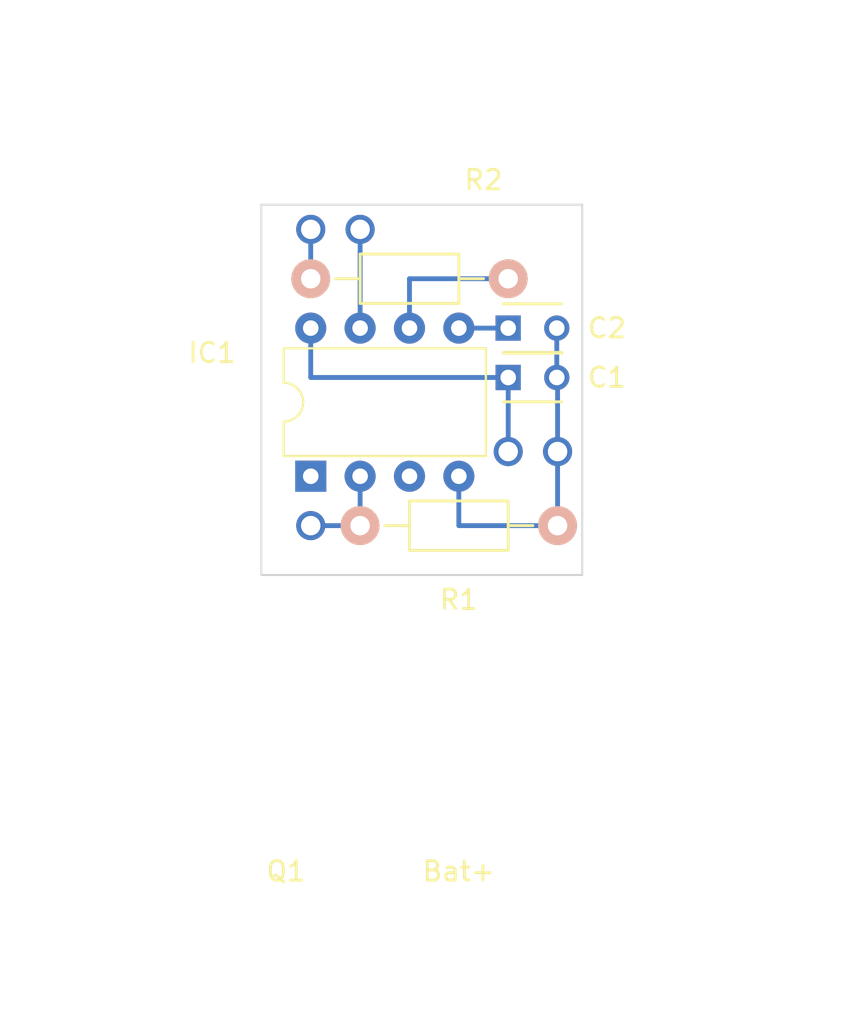
<source format=kicad_pcb>
(kicad_pcb (version 4) (host pcbnew 4.0.2+dfsg1-stable)

  (general
    (links 12)
    (no_connects 1)
    (area 123.139999 39.319999 139.750001 58.470001)
    (thickness 1.6)
    (drawings 21)
    (tracks 15)
    (zones 0)
    (modules 9)
    (nets 10)
  )

  (page A4)
  (layers
    (0 F.Cu signal)
    (31 B.Cu signal)
    (32 B.Adhes user hide)
    (33 F.Adhes user hide)
    (34 B.Paste user hide)
    (35 F.Paste user hide)
    (36 B.SilkS user hide)
    (37 F.SilkS user)
    (38 B.Mask user hide)
    (39 F.Mask user hide)
    (40 Dwgs.User user)
    (41 Cmts.User user hide)
    (42 Eco1.User user hide)
    (43 Eco2.User user hide)
    (44 Edge.Cuts user)
    (45 Margin user hide)
    (46 B.CrtYd user hide)
    (47 F.CrtYd user)
    (48 B.Fab user hide)
    (49 F.Fab user)
  )

  (setup
    (last_trace_width 0.25)
    (trace_clearance 0.2)
    (zone_clearance 0.508)
    (zone_45_only no)
    (trace_min 0.2)
    (segment_width 0.2)
    (edge_width 0.1)
    (via_size 0.6)
    (via_drill 0.4)
    (via_min_size 0.4)
    (via_min_drill 0.3)
    (uvia_size 0.3)
    (uvia_drill 0.1)
    (uvias_allowed no)
    (uvia_min_size 0.2)
    (uvia_min_drill 0.1)
    (pcb_text_width 0.3)
    (pcb_text_size 1.5 1.5)
    (mod_edge_width 0.15)
    (mod_text_size 1 1)
    (mod_text_width 0.15)
    (pad_size 1.5 1.5)
    (pad_drill 1)
    (pad_to_mask_clearance 0)
    (aux_axis_origin 0 0)
    (visible_elements 7FFFFFFF)
    (pcbplotparams
      (layerselection 0x00030_80000001)
      (usegerberextensions false)
      (excludeedgelayer true)
      (linewidth 0.100000)
      (plotframeref false)
      (viasonmask false)
      (mode 1)
      (useauxorigin false)
      (hpglpennumber 1)
      (hpglpenspeed 20)
      (hpglpendiameter 15)
      (hpglpenoverlay 2)
      (psnegative false)
      (psa4output false)
      (plotreference true)
      (plotvalue true)
      (plotinvisibletext false)
      (padsonsilk false)
      (subtractmaskfromsilk false)
      (outputformat 1)
      (mirror false)
      (drillshape 1)
      (scaleselection 1)
      (outputdirectory ""))
  )

  (net 0 "")
  (net 1 +BATT)
  (net 2 GND)
  (net 3 /Mira/AREF)
  (net 4 /Mira/BUTTON)
  (net 5 "Net-(D1-Pad2)")
  (net 6 /Mira/FIRE)
  (net 7 /Mira/LED)
  (net 8 "Net-(IC1-Pad1)")
  (net 9 "Net-(IC1-Pad3)")

  (net_class Default "This is the default net class."
    (clearance 0.2)
    (trace_width 0.25)
    (via_dia 0.6)
    (via_drill 0.4)
    (uvia_dia 0.3)
    (uvia_drill 0.1)
    (add_net +BATT)
    (add_net /Mira/AREF)
    (add_net /Mira/FIRE)
    (add_net /Mira/LED)
    (add_net GND)
    (add_net "Net-(D1-Pad2)")
    (add_net "Net-(IC1-Pad1)")
    (add_net "Net-(IC1-Pad3)")
  )

  (net_class Thick ""
    (clearance 0.2)
    (trace_width 0.5)
    (via_dia 0.6)
    (via_drill 0.4)
    (uvia_dia 0.3)
    (uvia_drill 0.1)
    (add_net /Mira/BUTTON)
  )

  (module Wire_Pads:SolderWirePad_single_0-8mmDrill (layer F.Cu) (tedit 5887B6AD) (tstamp 5865B5BF)
    (at 133.35 73.66)
    (fp_text reference Bat+ (at 0 0) (layer F.SilkS)
      (effects (font (size 1 1) (thickness 0.15)))
    )
    (fp_text value "" (at 15.24 7.62) (layer F.Fab)
      (effects (font (size 1 1) (thickness 0.15)))
    )
    (pad 1 thru_hole circle (at 2.54 -21.59) (size 1.5 1.5) (drill 1) (layers *.Cu *.Mask)
      (net 1 +BATT))
  )

  (module Capacitors_THT:C_Disc_D3_P2.5 (layer F.Cu) (tedit 5887B765) (tstamp 586556B6)
    (at 135.89 48.26)
    (descr "Capacitor 3mm Disc, Pitch 2.5mm")
    (tags Capacitor)
    (path /58603D0F/5860485C)
    (fp_text reference C1 (at 5.08 0 180) (layer F.SilkS)
      (effects (font (size 1 1) (thickness 0.15)))
    )
    (fp_text value 10nF (at 8.89 0 180) (layer F.Fab)
      (effects (font (size 1 1) (thickness 0.15)))
    )
    (fp_line (start -0.9 -1.5) (end 3.4 -1.5) (layer F.CrtYd) (width 0.05))
    (fp_line (start 3.4 -1.5) (end 3.4 1.5) (layer F.CrtYd) (width 0.05))
    (fp_line (start 3.4 1.5) (end -0.9 1.5) (layer F.CrtYd) (width 0.05))
    (fp_line (start -0.9 1.5) (end -0.9 -1.5) (layer F.CrtYd) (width 0.05))
    (fp_line (start -0.25 -1.25) (end 2.75 -1.25) (layer F.SilkS) (width 0.15))
    (fp_line (start 2.75 1.25) (end -0.25 1.25) (layer F.SilkS) (width 0.15))
    (pad 1 thru_hole rect (at 0 0) (size 1.3 1.3) (drill 0.8) (layers *.Cu *.Mask)
      (net 1 +BATT))
    (pad 2 thru_hole circle (at 2.5 0) (size 1.3 1.3) (drill 0.8001) (layers *.Cu *.Mask)
      (net 2 GND))
    (model Capacitors_ThroughHole.3dshapes/C_Disc_D3_P2.5.wrl
      (at (xyz 0.0492126 0 0))
      (scale (xyz 1 1 1))
      (rotate (xyz 0 0 0))
    )
  )

  (module Capacitors_THT:C_Disc_D3_P2.5 (layer F.Cu) (tedit 5887B769) (tstamp 586556C2)
    (at 135.89 45.72)
    (descr "Capacitor 3mm Disc, Pitch 2.5mm")
    (tags Capacitor)
    (path /58603D0F/58604591)
    (fp_text reference C2 (at 5.08 0) (layer F.SilkS)
      (effects (font (size 1 1) (thickness 0.15)))
    )
    (fp_text value 10nF (at 8.89 0) (layer F.Fab)
      (effects (font (size 1 1) (thickness 0.15)))
    )
    (fp_line (start -0.9 -1.5) (end 3.4 -1.5) (layer F.CrtYd) (width 0.05))
    (fp_line (start 3.4 -1.5) (end 3.4 1.5) (layer F.CrtYd) (width 0.05))
    (fp_line (start 3.4 1.5) (end -0.9 1.5) (layer F.CrtYd) (width 0.05))
    (fp_line (start -0.9 1.5) (end -0.9 -1.5) (layer F.CrtYd) (width 0.05))
    (fp_line (start -0.25 -1.25) (end 2.75 -1.25) (layer F.SilkS) (width 0.15))
    (fp_line (start 2.75 1.25) (end -0.25 1.25) (layer F.SilkS) (width 0.15))
    (pad 1 thru_hole rect (at 0 0) (size 1.3 1.3) (drill 0.8) (layers *.Cu *.Mask)
      (net 3 /Mira/AREF))
    (pad 2 thru_hole circle (at 2.5 0) (size 1.3 1.3) (drill 0.8001) (layers *.Cu *.Mask)
      (net 2 GND))
    (model Capacitors_ThroughHole.3dshapes/C_Disc_D3_P2.5.wrl
      (at (xyz 0.0492126 0 0))
      (scale (xyz 1 1 1))
      (rotate (xyz 0 0 0))
    )
  )

  (module Resistors_THT:Resistor_Horizontal_RM10mm (layer F.Cu) (tedit 5887B781) (tstamp 5865570D)
    (at 128.27 55.88)
    (descr "Resistor, Axial,  RM 10mm, 1/3W")
    (tags "Resistor Axial RM 10mm 1/3W")
    (path /58603D0F/58605B36)
    (fp_text reference R1 (at 5.08 3.81) (layer F.SilkS)
      (effects (font (size 1 1) (thickness 0.15)))
    )
    (fp_text value 15kΩ (at 8.89 3.81) (layer F.Fab)
      (effects (font (size 1 1) (thickness 0.15)))
    )
    (fp_line (start -1.25 -1.5) (end 11.4 -1.5) (layer F.CrtYd) (width 0.05))
    (fp_line (start -1.25 1.5) (end -1.25 -1.5) (layer F.CrtYd) (width 0.05))
    (fp_line (start 11.4 -1.5) (end 11.4 1.5) (layer F.CrtYd) (width 0.05))
    (fp_line (start -1.25 1.5) (end 11.4 1.5) (layer F.CrtYd) (width 0.05))
    (fp_line (start 2.54 -1.27) (end 7.62 -1.27) (layer F.SilkS) (width 0.15))
    (fp_line (start 7.62 -1.27) (end 7.62 1.27) (layer F.SilkS) (width 0.15))
    (fp_line (start 7.62 1.27) (end 2.54 1.27) (layer F.SilkS) (width 0.15))
    (fp_line (start 2.54 1.27) (end 2.54 -1.27) (layer F.SilkS) (width 0.15))
    (fp_line (start 2.54 0) (end 1.27 0) (layer F.SilkS) (width 0.15))
    (fp_line (start 7.62 0) (end 8.89 0) (layer F.SilkS) (width 0.15))
    (pad 1 thru_hole circle (at 0 0) (size 1.99898 1.99898) (drill 1.00076) (layers *.Cu *.SilkS *.Mask)
      (net 6 /Mira/FIRE))
    (pad 2 thru_hole circle (at 10.16 0) (size 1.99898 1.99898) (drill 1.00076) (layers *.Cu *.SilkS *.Mask)
      (net 2 GND))
    (model Resistors_ThroughHole.3dshapes/Resistor_Horizontal_RM10mm.wrl
      (at (xyz 0.2 0 0))
      (scale (xyz 0.4 0.4 0.4))
      (rotate (xyz 0 0 0))
    )
  )

  (module Resistors_THT:Resistor_Horizontal_RM10mm (layer F.Cu) (tedit 5887B790) (tstamp 5865571D)
    (at 125.73 43.18)
    (descr "Resistor, Axial,  RM 10mm, 1/3W")
    (tags "Resistor Axial RM 10mm 1/3W")
    (path /58603D0F/583CCC74)
    (fp_text reference R2 (at 8.89 -5.08) (layer F.SilkS)
      (effects (font (size 1 1) (thickness 0.15)))
    )
    (fp_text value 100Ω (at 12.7 -5.08) (layer F.Fab)
      (effects (font (size 1 1) (thickness 0.15)))
    )
    (fp_line (start -1.25 -1.5) (end 11.4 -1.5) (layer F.CrtYd) (width 0.05))
    (fp_line (start -1.25 1.5) (end -1.25 -1.5) (layer F.CrtYd) (width 0.05))
    (fp_line (start 11.4 -1.5) (end 11.4 1.5) (layer F.CrtYd) (width 0.05))
    (fp_line (start -1.25 1.5) (end 11.4 1.5) (layer F.CrtYd) (width 0.05))
    (fp_line (start 2.54 -1.27) (end 7.62 -1.27) (layer F.SilkS) (width 0.15))
    (fp_line (start 7.62 -1.27) (end 7.62 1.27) (layer F.SilkS) (width 0.15))
    (fp_line (start 7.62 1.27) (end 2.54 1.27) (layer F.SilkS) (width 0.15))
    (fp_line (start 2.54 1.27) (end 2.54 -1.27) (layer F.SilkS) (width 0.15))
    (fp_line (start 2.54 0) (end 1.27 0) (layer F.SilkS) (width 0.15))
    (fp_line (start 7.62 0) (end 8.89 0) (layer F.SilkS) (width 0.15))
    (pad 1 thru_hole circle (at 0 0) (size 1.99898 1.99898) (drill 1.00076) (layers *.Cu *.SilkS *.Mask)
      (net 5 "Net-(D1-Pad2)"))
    (pad 2 thru_hole circle (at 10.16 0) (size 1.99898 1.99898) (drill 1.00076) (layers *.Cu *.SilkS *.Mask)
      (net 7 /Mira/LED))
    (model Resistors_ThroughHole.3dshapes/Resistor_Horizontal_RM10mm.wrl
      (at (xyz 0.2 0 0))
      (scale (xyz 0.4 0.4 0.4))
      (rotate (xyz 0 0 0))
    )
  )

  (module Wire_Connections_Bridges:WireConnection_1.50mmDrill (layer F.Cu) (tedit 587023F4) (tstamp 5865AB69)
    (at 138.43 34.29)
    (descr "WireConnection with 1.5mm drill")
    (path /58603D0F/5860804E)
    (fp_text reference "" (at -3.81 3.81) (layer F.SilkS)
      (effects (font (size 1 1) (thickness 0.15)))
    )
    (fp_text value Button (at -8.89 3.81 180) (layer F.Fab)
      (effects (font (size 1 1) (thickness 0.15)))
    )
    (fp_line (start 14.0716 -3.7592) (end 13.8684 -3.6576) (layer Cmts.User) (width 0.381))
    (fp_line (start 13.8684 -3.6576) (end 13.6398 -3.6576) (layer Cmts.User) (width 0.381))
    (fp_line (start 13.6398 -3.6576) (end 13.4366 -3.7592) (layer Cmts.User) (width 0.381))
    (fp_line (start 13.4366 -3.7592) (end 13.3604 -4.1148) (layer Cmts.User) (width 0.381))
    (fp_line (start 13.3604 -4.1148) (end 13.3604 -4.572) (layer Cmts.User) (width 0.381))
    (fp_line (start 13.3604 -4.572) (end 13.462 -4.6482) (layer Cmts.User) (width 0.381))
    (fp_line (start 13.462 -4.6482) (end 13.7668 -4.7244) (layer Cmts.User) (width 0.381))
    (fp_line (start 13.7668 -4.7244) (end 13.9954 -4.6736) (layer Cmts.User) (width 0.381))
    (fp_line (start 13.9954 -4.6736) (end 14.0462 -4.318) (layer Cmts.User) (width 0.381))
    (fp_line (start 14.0462 -4.318) (end 13.4366 -4.191) (layer Cmts.User) (width 0.381))
    (fp_line (start 13.4366 -4.191) (end 13.4366 -4.2418) (layer Cmts.User) (width 0.381))
    (fp_line (start 12.7508 -3.7084) (end 12.4206 -3.7084) (layer Cmts.User) (width 0.381))
    (fp_line (start 12.4206 -3.7084) (end 12.2174 -3.7084) (layer Cmts.User) (width 0.381))
    (fp_line (start 12.2174 -3.7084) (end 12.0396 -3.8608) (layer Cmts.User) (width 0.381))
    (fp_line (start 12.0396 -3.8608) (end 12.0396 -4.2418) (layer Cmts.User) (width 0.381))
    (fp_line (start 12.0396 -4.2418) (end 12.1412 -4.572) (layer Cmts.User) (width 0.381))
    (fp_line (start 12.1412 -4.572) (end 12.2936 -4.6482) (layer Cmts.User) (width 0.381))
    (fp_line (start 12.2936 -4.6482) (end 12.573 -4.6482) (layer Cmts.User) (width 0.381))
    (fp_line (start 12.573 -4.6482) (end 12.7508 -4.572) (layer Cmts.User) (width 0.381))
    (fp_line (start 12.7508 -4.572) (end 12.7762 -4.2672) (layer Cmts.User) (width 0.381))
    (fp_line (start 12.7762 -4.2672) (end 12.1412 -4.2418) (layer Cmts.User) (width 0.381))
    (fp_line (start 11.2268 -4.5212) (end 11.6078 -4.6736) (layer Cmts.User) (width 0.381))
    (fp_line (start 11.6078 -4.6736) (end 11.6332 -4.6736) (layer Cmts.User) (width 0.381))
    (fp_line (start 11.2014 -4.7244) (end 11.2014 -3.6576) (layer Cmts.User) (width 0.381))
    (fp_line (start 9.9822 -4.6736) (end 10.668 -4.7244) (layer Cmts.User) (width 0.381))
    (fp_line (start 10.7188 -5.207) (end 10.541 -5.207) (layer Cmts.User) (width 0.381))
    (fp_line (start 10.541 -5.207) (end 10.3886 -5.08) (layer Cmts.User) (width 0.381))
    (fp_line (start 10.3886 -5.08) (end 10.3378 -3.7084) (layer Cmts.User) (width 0.381))
    (fp_line (start 8.4328 -4.5974) (end 8.3058 -4.6736) (layer Cmts.User) (width 0.381))
    (fp_line (start 8.3058 -4.6736) (end 8.0264 -4.6736) (layer Cmts.User) (width 0.381))
    (fp_line (start 8.0264 -4.6736) (end 7.874 -4.445) (layer Cmts.User) (width 0.381))
    (fp_line (start 7.874 -4.445) (end 7.8994 -4.2672) (layer Cmts.User) (width 0.381))
    (fp_line (start 7.8994 -4.2672) (end 8.1788 -4.191) (layer Cmts.User) (width 0.381))
    (fp_line (start 8.1788 -4.191) (end 8.4328 -4.1148) (layer Cmts.User) (width 0.381))
    (fp_line (start 8.4328 -4.1148) (end 8.4836 -3.8354) (layer Cmts.User) (width 0.381))
    (fp_line (start 8.4836 -3.8354) (end 8.2804 -3.6576) (layer Cmts.User) (width 0.381))
    (fp_line (start 8.2804 -3.6576) (end 7.8994 -3.7084) (layer Cmts.User) (width 0.381))
    (fp_line (start 7.1628 -3.6576) (end 6.8072 -3.7592) (layer Cmts.User) (width 0.381))
    (fp_line (start 6.8072 -3.7592) (end 6.604 -3.8354) (layer Cmts.User) (width 0.381))
    (fp_line (start 6.604 -3.8354) (end 6.477 -4.1656) (layer Cmts.User) (width 0.381))
    (fp_line (start 6.477 -4.1656) (end 6.477 -4.4704) (layer Cmts.User) (width 0.381))
    (fp_line (start 6.477 -4.4704) (end 6.6802 -4.6736) (layer Cmts.User) (width 0.381))
    (fp_line (start 6.6802 -4.6736) (end 7.0104 -4.7244) (layer Cmts.User) (width 0.381))
    (fp_line (start 7.2136 -5.207) (end 7.2136 -3.6576) (layer Cmts.User) (width 0.381))
    (fp_line (start 5.715 -3.6576) (end 5.2578 -3.7084) (layer Cmts.User) (width 0.381))
    (fp_line (start 5.2578 -3.7084) (end 5.1054 -3.9116) (layer Cmts.User) (width 0.381))
    (fp_line (start 5.1054 -3.9116) (end 5.1308 -4.191) (layer Cmts.User) (width 0.381))
    (fp_line (start 5.1308 -4.191) (end 5.842 -4.2418) (layer Cmts.User) (width 0.381))
    (fp_line (start 5.1054 -4.572) (end 5.3848 -4.7244) (layer Cmts.User) (width 0.381))
    (fp_line (start 5.3848 -4.7244) (end 5.6388 -4.6482) (layer Cmts.User) (width 0.381))
    (fp_line (start 5.6388 -4.6482) (end 5.7912 -4.4704) (layer Cmts.User) (width 0.381))
    (fp_line (start 5.7912 -4.4704) (end 5.842 -3.6322) (layer Cmts.User) (width 0.381))
    (fp_line (start 3.6068 -3.6576) (end 3.6322 -5.2578) (layer Cmts.User) (width 0.381))
    (fp_line (start 3.6322 -5.2578) (end 4.0894 -5.2578) (layer Cmts.User) (width 0.381))
    (fp_line (start 4.0894 -5.2578) (end 4.3688 -5.1308) (layer Cmts.User) (width 0.381))
    (fp_line (start 4.3688 -5.1308) (end 4.4958 -4.8768) (layer Cmts.User) (width 0.381))
    (fp_line (start 4.4958 -4.8768) (end 4.4958 -4.5974) (layer Cmts.User) (width 0.381))
    (fp_line (start 4.4958 -4.5974) (end 4.3688 -4.3942) (layer Cmts.User) (width 0.381))
    (fp_line (start 4.3688 -4.3942) (end 4.0894 -4.445) (layer Cmts.User) (width 0.381))
    (fp_line (start 4.0894 -4.445) (end 3.6322 -4.445) (layer Cmts.User) (width 0.381))
    (fp_line (start 1.778 -3.7592) (end 1.524 -3.6576) (layer Cmts.User) (width 0.381))
    (fp_line (start 1.524 -3.6576) (end 1.27 -3.7592) (layer Cmts.User) (width 0.381))
    (fp_line (start 1.27 -3.7592) (end 1.1176 -3.9116) (layer Cmts.User) (width 0.381))
    (fp_line (start 1.1176 -3.9116) (end 1.0414 -4.318) (layer Cmts.User) (width 0.381))
    (fp_line (start 1.0414 -4.318) (end 1.1684 -4.572) (layer Cmts.User) (width 0.381))
    (fp_line (start 1.1684 -4.572) (end 1.3716 -4.6736) (layer Cmts.User) (width 0.381))
    (fp_line (start 1.3716 -4.6736) (end 1.651 -4.6482) (layer Cmts.User) (width 0.381))
    (fp_line (start 1.651 -4.6482) (end 1.8034 -4.5212) (layer Cmts.User) (width 0.381))
    (fp_line (start 1.8034 -4.5212) (end 1.8034 -4.318) (layer Cmts.User) (width 0.381))
    (fp_line (start 1.8034 -4.318) (end 1.1684 -4.2418) (layer Cmts.User) (width 0.381))
    (fp_line (start -0.1524 -4.7244) (end 0.3048 -3.6576) (layer Cmts.User) (width 0.381))
    (fp_line (start 0.3048 -3.6576) (end 0.5842 -4.6736) (layer Cmts.User) (width 0.381))
    (fp_line (start 0.5842 -4.6736) (end 0.5588 -4.6736) (layer Cmts.User) (width 0.381))
    (fp_line (start -1.4732 -4.3942) (end -1.4732 -3.9116) (layer Cmts.User) (width 0.381))
    (fp_line (start -1.4732 -3.9116) (end -1.27 -3.7084) (layer Cmts.User) (width 0.381))
    (fp_line (start -1.27 -3.7084) (end -1.0414 -3.6576) (layer Cmts.User) (width 0.381))
    (fp_line (start -1.0414 -3.6576) (end -0.762 -3.7846) (layer Cmts.User) (width 0.381))
    (fp_line (start -0.762 -3.7846) (end -0.6604 -3.9878) (layer Cmts.User) (width 0.381))
    (fp_line (start -0.6604 -3.9878) (end -0.6604 -4.445) (layer Cmts.User) (width 0.381))
    (fp_line (start -0.6604 -4.445) (end -0.8382 -4.6482) (layer Cmts.User) (width 0.381))
    (fp_line (start -0.8382 -4.6482) (end -1.1176 -4.7244) (layer Cmts.User) (width 0.381))
    (fp_line (start -1.1176 -4.7244) (end -1.4478 -4.4704) (layer Cmts.User) (width 0.381))
    (fp_line (start -3.0988 -3.6322) (end -3.0988 -5.2578) (layer Cmts.User) (width 0.381))
    (fp_line (start -3.0988 -5.2578) (end -2.6162 -4.1148) (layer Cmts.User) (width 0.381))
    (fp_line (start -2.6162 -4.1148) (end -2.1336 -5.1816) (layer Cmts.User) (width 0.381))
    (fp_line (start -2.1336 -5.1816) (end -2.1336 -3.6322) (layer Cmts.User) (width 0.381))
    (pad 1 thru_hole circle (at 0 17.78) (size 1.5 1.5) (drill 1) (layers *.Cu *.Mask)
      (net 2 GND))
    (pad 2 thru_hole circle (at -10.16 6.35) (size 1.5 1.5) (drill 1) (layers *.Cu *.Mask)
      (net 4 /Mira/BUTTON))
  )

  (module Wire_Connections_Bridges:WireConnection_1.50mmDrill (layer F.Cu) (tedit 58702AC8) (tstamp 5865AB6E)
    (at 124.46 57.15)
    (descr "WireConnection with 1.5mm drill")
    (path /58603D0F/583CCC75)
    (fp_text reference "" (at 1.27 -20.32) (layer F.SilkS)
      (effects (font (size 1 1) (thickness 0.15)))
    )
    (fp_text value "low current LED" (at -5.08 -19.05) (layer F.Fab)
      (effects (font (size 1 1) (thickness 0.15)))
    )
    (fp_line (start 14.0716 -3.7592) (end 13.8684 -3.6576) (layer Cmts.User) (width 0.381))
    (fp_line (start 13.8684 -3.6576) (end 13.6398 -3.6576) (layer Cmts.User) (width 0.381))
    (fp_line (start 13.6398 -3.6576) (end 13.4366 -3.7592) (layer Cmts.User) (width 0.381))
    (fp_line (start 13.4366 -3.7592) (end 13.3604 -4.1148) (layer Cmts.User) (width 0.381))
    (fp_line (start 13.3604 -4.1148) (end 13.3604 -4.572) (layer Cmts.User) (width 0.381))
    (fp_line (start 13.3604 -4.572) (end 13.462 -4.6482) (layer Cmts.User) (width 0.381))
    (fp_line (start 13.462 -4.6482) (end 13.7668 -4.7244) (layer Cmts.User) (width 0.381))
    (fp_line (start 13.7668 -4.7244) (end 13.9954 -4.6736) (layer Cmts.User) (width 0.381))
    (fp_line (start 13.9954 -4.6736) (end 14.0462 -4.318) (layer Cmts.User) (width 0.381))
    (fp_line (start 14.0462 -4.318) (end 13.4366 -4.191) (layer Cmts.User) (width 0.381))
    (fp_line (start 13.4366 -4.191) (end 13.4366 -4.2418) (layer Cmts.User) (width 0.381))
    (fp_line (start 12.7508 -3.7084) (end 12.4206 -3.7084) (layer Cmts.User) (width 0.381))
    (fp_line (start 12.4206 -3.7084) (end 12.2174 -3.7084) (layer Cmts.User) (width 0.381))
    (fp_line (start 12.2174 -3.7084) (end 12.0396 -3.8608) (layer Cmts.User) (width 0.381))
    (fp_line (start 12.0396 -3.8608) (end 12.0396 -4.2418) (layer Cmts.User) (width 0.381))
    (fp_line (start 12.0396 -4.2418) (end 12.1412 -4.572) (layer Cmts.User) (width 0.381))
    (fp_line (start 12.1412 -4.572) (end 12.2936 -4.6482) (layer Cmts.User) (width 0.381))
    (fp_line (start 12.2936 -4.6482) (end 12.573 -4.6482) (layer Cmts.User) (width 0.381))
    (fp_line (start 12.573 -4.6482) (end 12.7508 -4.572) (layer Cmts.User) (width 0.381))
    (fp_line (start 12.7508 -4.572) (end 12.7762 -4.2672) (layer Cmts.User) (width 0.381))
    (fp_line (start 12.7762 -4.2672) (end 12.1412 -4.2418) (layer Cmts.User) (width 0.381))
    (fp_line (start 11.2268 -4.5212) (end 11.6078 -4.6736) (layer Cmts.User) (width 0.381))
    (fp_line (start 11.6078 -4.6736) (end 11.6332 -4.6736) (layer Cmts.User) (width 0.381))
    (fp_line (start 11.2014 -4.7244) (end 11.2014 -3.6576) (layer Cmts.User) (width 0.381))
    (fp_line (start 9.9822 -4.6736) (end 10.668 -4.7244) (layer Cmts.User) (width 0.381))
    (fp_line (start 10.7188 -5.207) (end 10.541 -5.207) (layer Cmts.User) (width 0.381))
    (fp_line (start 10.541 -5.207) (end 10.3886 -5.08) (layer Cmts.User) (width 0.381))
    (fp_line (start 10.3886 -5.08) (end 10.3378 -3.7084) (layer Cmts.User) (width 0.381))
    (fp_line (start 8.4328 -4.5974) (end 8.3058 -4.6736) (layer Cmts.User) (width 0.381))
    (fp_line (start 8.3058 -4.6736) (end 8.0264 -4.6736) (layer Cmts.User) (width 0.381))
    (fp_line (start 8.0264 -4.6736) (end 7.874 -4.445) (layer Cmts.User) (width 0.381))
    (fp_line (start 7.874 -4.445) (end 7.8994 -4.2672) (layer Cmts.User) (width 0.381))
    (fp_line (start 7.8994 -4.2672) (end 8.1788 -4.191) (layer Cmts.User) (width 0.381))
    (fp_line (start 8.1788 -4.191) (end 8.4328 -4.1148) (layer Cmts.User) (width 0.381))
    (fp_line (start 8.4328 -4.1148) (end 8.4836 -3.8354) (layer Cmts.User) (width 0.381))
    (fp_line (start 8.4836 -3.8354) (end 8.2804 -3.6576) (layer Cmts.User) (width 0.381))
    (fp_line (start 8.2804 -3.6576) (end 7.8994 -3.7084) (layer Cmts.User) (width 0.381))
    (fp_line (start 7.1628 -3.6576) (end 6.8072 -3.7592) (layer Cmts.User) (width 0.381))
    (fp_line (start 6.8072 -3.7592) (end 6.604 -3.8354) (layer Cmts.User) (width 0.381))
    (fp_line (start 6.604 -3.8354) (end 6.477 -4.1656) (layer Cmts.User) (width 0.381))
    (fp_line (start 6.477 -4.1656) (end 6.477 -4.4704) (layer Cmts.User) (width 0.381))
    (fp_line (start 6.477 -4.4704) (end 6.6802 -4.6736) (layer Cmts.User) (width 0.381))
    (fp_line (start 6.6802 -4.6736) (end 7.0104 -4.7244) (layer Cmts.User) (width 0.381))
    (fp_line (start 7.2136 -5.207) (end 7.2136 -3.6576) (layer Cmts.User) (width 0.381))
    (fp_line (start 5.715 -3.6576) (end 5.2578 -3.7084) (layer Cmts.User) (width 0.381))
    (fp_line (start 5.2578 -3.7084) (end 5.1054 -3.9116) (layer Cmts.User) (width 0.381))
    (fp_line (start 5.1054 -3.9116) (end 5.1308 -4.191) (layer Cmts.User) (width 0.381))
    (fp_line (start 5.1308 -4.191) (end 5.842 -4.2418) (layer Cmts.User) (width 0.381))
    (fp_line (start 5.1054 -4.572) (end 5.3848 -4.7244) (layer Cmts.User) (width 0.381))
    (fp_line (start 5.3848 -4.7244) (end 5.6388 -4.6482) (layer Cmts.User) (width 0.381))
    (fp_line (start 5.6388 -4.6482) (end 5.7912 -4.4704) (layer Cmts.User) (width 0.381))
    (fp_line (start 5.7912 -4.4704) (end 5.842 -3.6322) (layer Cmts.User) (width 0.381))
    (fp_line (start 3.6068 -3.6576) (end 3.6322 -5.2578) (layer Cmts.User) (width 0.381))
    (fp_line (start 3.6322 -5.2578) (end 4.0894 -5.2578) (layer Cmts.User) (width 0.381))
    (fp_line (start 4.0894 -5.2578) (end 4.3688 -5.1308) (layer Cmts.User) (width 0.381))
    (fp_line (start 4.3688 -5.1308) (end 4.4958 -4.8768) (layer Cmts.User) (width 0.381))
    (fp_line (start 4.4958 -4.8768) (end 4.4958 -4.5974) (layer Cmts.User) (width 0.381))
    (fp_line (start 4.4958 -4.5974) (end 4.3688 -4.3942) (layer Cmts.User) (width 0.381))
    (fp_line (start 4.3688 -4.3942) (end 4.0894 -4.445) (layer Cmts.User) (width 0.381))
    (fp_line (start 4.0894 -4.445) (end 3.6322 -4.445) (layer Cmts.User) (width 0.381))
    (fp_line (start 1.778 -3.7592) (end 1.524 -3.6576) (layer Cmts.User) (width 0.381))
    (fp_line (start 1.524 -3.6576) (end 1.27 -3.7592) (layer Cmts.User) (width 0.381))
    (fp_line (start 1.27 -3.7592) (end 1.1176 -3.9116) (layer Cmts.User) (width 0.381))
    (fp_line (start 1.1176 -3.9116) (end 1.0414 -4.318) (layer Cmts.User) (width 0.381))
    (fp_line (start 1.0414 -4.318) (end 1.1684 -4.572) (layer Cmts.User) (width 0.381))
    (fp_line (start 1.1684 -4.572) (end 1.3716 -4.6736) (layer Cmts.User) (width 0.381))
    (fp_line (start 1.3716 -4.6736) (end 1.651 -4.6482) (layer Cmts.User) (width 0.381))
    (fp_line (start 1.651 -4.6482) (end 1.8034 -4.5212) (layer Cmts.User) (width 0.381))
    (fp_line (start 1.8034 -4.5212) (end 1.8034 -4.318) (layer Cmts.User) (width 0.381))
    (fp_line (start 1.8034 -4.318) (end 1.1684 -4.2418) (layer Cmts.User) (width 0.381))
    (fp_line (start -0.1524 -4.7244) (end 0.3048 -3.6576) (layer Cmts.User) (width 0.381))
    (fp_line (start 0.3048 -3.6576) (end 0.5842 -4.6736) (layer Cmts.User) (width 0.381))
    (fp_line (start 0.5842 -4.6736) (end 0.5588 -4.6736) (layer Cmts.User) (width 0.381))
    (fp_line (start -1.4732 -4.3942) (end -1.4732 -3.9116) (layer Cmts.User) (width 0.381))
    (fp_line (start -1.4732 -3.9116) (end -1.27 -3.7084) (layer Cmts.User) (width 0.381))
    (fp_line (start -1.27 -3.7084) (end -1.0414 -3.6576) (layer Cmts.User) (width 0.381))
    (fp_line (start -1.0414 -3.6576) (end -0.762 -3.7846) (layer Cmts.User) (width 0.381))
    (fp_line (start -0.762 -3.7846) (end -0.6604 -3.9878) (layer Cmts.User) (width 0.381))
    (fp_line (start -0.6604 -3.9878) (end -0.6604 -4.445) (layer Cmts.User) (width 0.381))
    (fp_line (start -0.6604 -4.445) (end -0.8382 -4.6482) (layer Cmts.User) (width 0.381))
    (fp_line (start -0.8382 -4.6482) (end -1.1176 -4.7244) (layer Cmts.User) (width 0.381))
    (fp_line (start -1.1176 -4.7244) (end -1.4478 -4.4704) (layer Cmts.User) (width 0.381))
    (fp_line (start -3.0988 -3.6322) (end -3.0988 -5.2578) (layer Cmts.User) (width 0.381))
    (fp_line (start -3.0988 -5.2578) (end -2.6162 -4.1148) (layer Cmts.User) (width 0.381))
    (fp_line (start -2.6162 -4.1148) (end -2.1336 -5.1816) (layer Cmts.User) (width 0.381))
    (fp_line (start -2.1336 -5.1816) (end -2.1336 -3.6322) (layer Cmts.User) (width 0.381))
    (pad 2 thru_hole circle (at 1.27 -16.51) (size 1.5 1.5) (drill 1) (layers *.Cu *.Mask)
      (net 5 "Net-(D1-Pad2)"))
  )

  (module Housings_DIP:DIP-8_W7.62mm (layer F.Cu) (tedit 58702567) (tstamp 5865AB7E)
    (at 125.73 53.34 90)
    (descr "8-lead dip package, row spacing 7.62 mm (300 mils)")
    (tags "DIL DIP PDIP 2.54mm 7.62mm 300mil")
    (path /58644323)
    (fp_text reference IC1 (at 6.35 -5.08 180) (layer F.SilkS)
      (effects (font (size 1 1) (thickness 0.15)))
    )
    (fp_text value ATTINY45-P (at 3.81 -7.62 180) (layer F.Fab)
      (effects (font (size 1 1) (thickness 0.15)))
    )
    (fp_arc (start 3.81 -1.39) (end 2.81 -1.39) (angle -180) (layer F.SilkS) (width 0.12))
    (fp_line (start 1.635 -1.27) (end 6.985 -1.27) (layer F.Fab) (width 0.1))
    (fp_line (start 6.985 -1.27) (end 6.985 8.89) (layer F.Fab) (width 0.1))
    (fp_line (start 6.985 8.89) (end 0.635 8.89) (layer F.Fab) (width 0.1))
    (fp_line (start 0.635 8.89) (end 0.635 -0.27) (layer F.Fab) (width 0.1))
    (fp_line (start 0.635 -0.27) (end 1.635 -1.27) (layer F.Fab) (width 0.1))
    (fp_line (start 2.81 -1.39) (end 1.04 -1.39) (layer F.SilkS) (width 0.12))
    (fp_line (start 1.04 -1.39) (end 1.04 9.01) (layer F.SilkS) (width 0.12))
    (fp_line (start 1.04 9.01) (end 6.58 9.01) (layer F.SilkS) (width 0.12))
    (fp_line (start 6.58 9.01) (end 6.58 -1.39) (layer F.SilkS) (width 0.12))
    (fp_line (start 6.58 -1.39) (end 4.81 -1.39) (layer F.SilkS) (width 0.12))
    (fp_line (start -1.1 -1.6) (end -1.1 9.2) (layer F.CrtYd) (width 0.05))
    (fp_line (start -1.1 9.2) (end 8.7 9.2) (layer F.CrtYd) (width 0.05))
    (fp_line (start 8.7 9.2) (end 8.7 -1.6) (layer F.CrtYd) (width 0.05))
    (fp_line (start 8.7 -1.6) (end -1.1 -1.6) (layer F.CrtYd) (width 0.05))
    (pad 1 thru_hole rect (at 0 0 90) (size 1.6 1.6) (drill 0.8) (layers *.Cu *.Mask)
      (net 8 "Net-(IC1-Pad1)"))
    (pad 5 thru_hole oval (at 7.62 7.62 90) (size 1.6 1.6) (drill 0.8) (layers *.Cu *.Mask)
      (net 3 /Mira/AREF))
    (pad 2 thru_hole oval (at 0 2.54 90) (size 1.6 1.6) (drill 0.8) (layers *.Cu *.Mask)
      (net 6 /Mira/FIRE))
    (pad 6 thru_hole oval (at 7.62 5.08 90) (size 1.6 1.6) (drill 0.8) (layers *.Cu *.Mask)
      (net 7 /Mira/LED))
    (pad 3 thru_hole oval (at 0 5.08 90) (size 1.6 1.6) (drill 0.8) (layers *.Cu *.Mask)
      (net 9 "Net-(IC1-Pad3)"))
    (pad 7 thru_hole oval (at 7.62 2.54 90) (size 1.6 1.6) (drill 0.8) (layers *.Cu *.Mask)
      (net 4 /Mira/BUTTON))
    (pad 4 thru_hole oval (at 0 7.62 90) (size 1.6 1.6) (drill 0.8) (layers *.Cu *.Mask)
      (net 2 GND))
    (pad 8 thru_hole oval (at 7.62 0 90) (size 1.6 1.6) (drill 0.8) (layers *.Cu *.Mask)
      (net 1 +BATT))
    (model Housings_DIP.3dshapes/DIP-8_W7.62mm.wrl
      (at (xyz 0 0 0))
      (scale (xyz 1 1 1))
      (rotate (xyz 0 0 0))
    )
  )

  (module Wire_Connections_Bridges:WireConnection_1.50mmDrill (layer F.Cu) (tedit 5887B872) (tstamp 5865AB7F)
    (at 113.03 60.96)
    (descr "WireConnection with 1.5mm drill")
    (path /58603D0F/58604A0A)
    (fp_text reference Q1 (at 11.43 12.7) (layer F.SilkS)
      (effects (font (size 1 1) (thickness 0.15)))
    )
    (fp_text value RLB3034 (at 10.16 -1.27) (layer F.Fab)
      (effects (font (size 1 1) (thickness 0.15)))
    )
    (fp_line (start 14.0716 -3.7592) (end 13.8684 -3.6576) (layer Cmts.User) (width 0.381))
    (fp_line (start 13.8684 -3.6576) (end 13.6398 -3.6576) (layer Cmts.User) (width 0.381))
    (fp_line (start 13.6398 -3.6576) (end 13.4366 -3.7592) (layer Cmts.User) (width 0.381))
    (fp_line (start 13.4366 -3.7592) (end 13.3604 -4.1148) (layer Cmts.User) (width 0.381))
    (fp_line (start 13.3604 -4.1148) (end 13.3604 -4.572) (layer Cmts.User) (width 0.381))
    (fp_line (start 13.3604 -4.572) (end 13.462 -4.6482) (layer Cmts.User) (width 0.381))
    (fp_line (start 13.462 -4.6482) (end 13.7668 -4.7244) (layer Cmts.User) (width 0.381))
    (fp_line (start 13.7668 -4.7244) (end 13.9954 -4.6736) (layer Cmts.User) (width 0.381))
    (fp_line (start 13.9954 -4.6736) (end 14.0462 -4.318) (layer Cmts.User) (width 0.381))
    (fp_line (start 14.0462 -4.318) (end 13.4366 -4.191) (layer Cmts.User) (width 0.381))
    (fp_line (start 13.4366 -4.191) (end 13.4366 -4.2418) (layer Cmts.User) (width 0.381))
    (fp_line (start 12.7508 -3.7084) (end 12.4206 -3.7084) (layer Cmts.User) (width 0.381))
    (fp_line (start 12.4206 -3.7084) (end 12.2174 -3.7084) (layer Cmts.User) (width 0.381))
    (fp_line (start 12.2174 -3.7084) (end 12.0396 -3.8608) (layer Cmts.User) (width 0.381))
    (fp_line (start 12.0396 -3.8608) (end 12.0396 -4.2418) (layer Cmts.User) (width 0.381))
    (fp_line (start 12.0396 -4.2418) (end 12.1412 -4.572) (layer Cmts.User) (width 0.381))
    (fp_line (start 12.1412 -4.572) (end 12.2936 -4.6482) (layer Cmts.User) (width 0.381))
    (fp_line (start 12.2936 -4.6482) (end 12.573 -4.6482) (layer Cmts.User) (width 0.381))
    (fp_line (start 12.573 -4.6482) (end 12.7508 -4.572) (layer Cmts.User) (width 0.381))
    (fp_line (start 12.7508 -4.572) (end 12.7762 -4.2672) (layer Cmts.User) (width 0.381))
    (fp_line (start 12.7762 -4.2672) (end 12.1412 -4.2418) (layer Cmts.User) (width 0.381))
    (fp_line (start 11.2268 -4.5212) (end 11.6078 -4.6736) (layer Cmts.User) (width 0.381))
    (fp_line (start 11.6078 -4.6736) (end 11.6332 -4.6736) (layer Cmts.User) (width 0.381))
    (fp_line (start 11.2014 -4.7244) (end 11.2014 -3.6576) (layer Cmts.User) (width 0.381))
    (fp_line (start 9.9822 -4.6736) (end 10.668 -4.7244) (layer Cmts.User) (width 0.381))
    (fp_line (start 10.7188 -5.207) (end 10.541 -5.207) (layer Cmts.User) (width 0.381))
    (fp_line (start 10.541 -5.207) (end 10.3886 -5.08) (layer Cmts.User) (width 0.381))
    (fp_line (start 10.3886 -5.08) (end 10.3378 -3.7084) (layer Cmts.User) (width 0.381))
    (fp_line (start 8.4328 -4.5974) (end 8.3058 -4.6736) (layer Cmts.User) (width 0.381))
    (fp_line (start 8.3058 -4.6736) (end 8.0264 -4.6736) (layer Cmts.User) (width 0.381))
    (fp_line (start 8.0264 -4.6736) (end 7.874 -4.445) (layer Cmts.User) (width 0.381))
    (fp_line (start 7.874 -4.445) (end 7.8994 -4.2672) (layer Cmts.User) (width 0.381))
    (fp_line (start 7.8994 -4.2672) (end 8.1788 -4.191) (layer Cmts.User) (width 0.381))
    (fp_line (start 8.1788 -4.191) (end 8.4328 -4.1148) (layer Cmts.User) (width 0.381))
    (fp_line (start 8.4328 -4.1148) (end 8.4836 -3.8354) (layer Cmts.User) (width 0.381))
    (fp_line (start 8.4836 -3.8354) (end 8.2804 -3.6576) (layer Cmts.User) (width 0.381))
    (fp_line (start 8.2804 -3.6576) (end 7.8994 -3.7084) (layer Cmts.User) (width 0.381))
    (fp_line (start 7.1628 -3.6576) (end 6.8072 -3.7592) (layer Cmts.User) (width 0.381))
    (fp_line (start 6.8072 -3.7592) (end 6.604 -3.8354) (layer Cmts.User) (width 0.381))
    (fp_line (start 6.604 -3.8354) (end 6.477 -4.1656) (layer Cmts.User) (width 0.381))
    (fp_line (start 6.477 -4.1656) (end 6.477 -4.4704) (layer Cmts.User) (width 0.381))
    (fp_line (start 6.477 -4.4704) (end 6.6802 -4.6736) (layer Cmts.User) (width 0.381))
    (fp_line (start 6.6802 -4.6736) (end 7.0104 -4.7244) (layer Cmts.User) (width 0.381))
    (fp_line (start 7.2136 -5.207) (end 7.2136 -3.6576) (layer Cmts.User) (width 0.381))
    (fp_line (start 5.715 -3.6576) (end 5.2578 -3.7084) (layer Cmts.User) (width 0.381))
    (fp_line (start 5.2578 -3.7084) (end 5.1054 -3.9116) (layer Cmts.User) (width 0.381))
    (fp_line (start 5.1054 -3.9116) (end 5.1308 -4.191) (layer Cmts.User) (width 0.381))
    (fp_line (start 5.1308 -4.191) (end 5.842 -4.2418) (layer Cmts.User) (width 0.381))
    (fp_line (start 5.1054 -4.572) (end 5.3848 -4.7244) (layer Cmts.User) (width 0.381))
    (fp_line (start 5.3848 -4.7244) (end 5.6388 -4.6482) (layer Cmts.User) (width 0.381))
    (fp_line (start 5.6388 -4.6482) (end 5.7912 -4.4704) (layer Cmts.User) (width 0.381))
    (fp_line (start 5.7912 -4.4704) (end 5.842 -3.6322) (layer Cmts.User) (width 0.381))
    (fp_line (start 3.6068 -3.6576) (end 3.6322 -5.2578) (layer Cmts.User) (width 0.381))
    (fp_line (start 3.6322 -5.2578) (end 4.0894 -5.2578) (layer Cmts.User) (width 0.381))
    (fp_line (start 4.0894 -5.2578) (end 4.3688 -5.1308) (layer Cmts.User) (width 0.381))
    (fp_line (start 4.3688 -5.1308) (end 4.4958 -4.8768) (layer Cmts.User) (width 0.381))
    (fp_line (start 4.4958 -4.8768) (end 4.4958 -4.5974) (layer Cmts.User) (width 0.381))
    (fp_line (start 4.4958 -4.5974) (end 4.3688 -4.3942) (layer Cmts.User) (width 0.381))
    (fp_line (start 4.3688 -4.3942) (end 4.0894 -4.445) (layer Cmts.User) (width 0.381))
    (fp_line (start 4.0894 -4.445) (end 3.6322 -4.445) (layer Cmts.User) (width 0.381))
    (fp_line (start 1.778 -3.7592) (end 1.524 -3.6576) (layer Cmts.User) (width 0.381))
    (fp_line (start 1.524 -3.6576) (end 1.27 -3.7592) (layer Cmts.User) (width 0.381))
    (fp_line (start 1.27 -3.7592) (end 1.1176 -3.9116) (layer Cmts.User) (width 0.381))
    (fp_line (start 1.1176 -3.9116) (end 1.0414 -4.318) (layer Cmts.User) (width 0.381))
    (fp_line (start 1.0414 -4.318) (end 1.1684 -4.572) (layer Cmts.User) (width 0.381))
    (fp_line (start 1.1684 -4.572) (end 1.3716 -4.6736) (layer Cmts.User) (width 0.381))
    (fp_line (start 1.3716 -4.6736) (end 1.651 -4.6482) (layer Cmts.User) (width 0.381))
    (fp_line (start 1.651 -4.6482) (end 1.8034 -4.5212) (layer Cmts.User) (width 0.381))
    (fp_line (start 1.8034 -4.5212) (end 1.8034 -4.318) (layer Cmts.User) (width 0.381))
    (fp_line (start 1.8034 -4.318) (end 1.1684 -4.2418) (layer Cmts.User) (width 0.381))
    (fp_line (start -0.1524 -4.7244) (end 0.3048 -3.6576) (layer Cmts.User) (width 0.381))
    (fp_line (start 0.3048 -3.6576) (end 0.5842 -4.6736) (layer Cmts.User) (width 0.381))
    (fp_line (start 0.5842 -4.6736) (end 0.5588 -4.6736) (layer Cmts.User) (width 0.381))
    (fp_line (start -1.4732 -4.3942) (end -1.4732 -3.9116) (layer Cmts.User) (width 0.381))
    (fp_line (start -1.4732 -3.9116) (end -1.27 -3.7084) (layer Cmts.User) (width 0.381))
    (fp_line (start -1.27 -3.7084) (end -1.0414 -3.6576) (layer Cmts.User) (width 0.381))
    (fp_line (start -1.0414 -3.6576) (end -0.762 -3.7846) (layer Cmts.User) (width 0.381))
    (fp_line (start -0.762 -3.7846) (end -0.6604 -3.9878) (layer Cmts.User) (width 0.381))
    (fp_line (start -0.6604 -3.9878) (end -0.6604 -4.445) (layer Cmts.User) (width 0.381))
    (fp_line (start -0.6604 -4.445) (end -0.8382 -4.6482) (layer Cmts.User) (width 0.381))
    (fp_line (start -0.8382 -4.6482) (end -1.1176 -4.7244) (layer Cmts.User) (width 0.381))
    (fp_line (start -1.1176 -4.7244) (end -1.4478 -4.4704) (layer Cmts.User) (width 0.381))
    (fp_line (start -3.0988 -3.6322) (end -3.0988 -5.2578) (layer Cmts.User) (width 0.381))
    (fp_line (start -3.0988 -5.2578) (end -2.6162 -4.1148) (layer Cmts.User) (width 0.381))
    (fp_line (start -2.6162 -4.1148) (end -2.1336 -5.1816) (layer Cmts.User) (width 0.381))
    (fp_line (start -2.1336 -5.1816) (end -2.1336 -3.6322) (layer Cmts.User) (width 0.381))
    (pad 2 thru_hole circle (at 12.7 -5.08) (size 1.5 1.5) (drill 1) (layers *.Cu *.Mask)
      (net 6 /Mira/FIRE))
  )

  (gr_text "Batt + / Batt −" (at 147.32 52.07) (layer Dwgs.User)
    (effects (font (size 1 1) (thickness 0.1)))
  )
  (dimension 16.51 (width 0.3) (layer Dwgs.User)
    (gr_text "16,510 mm" (at 132.08 66.04) (layer Dwgs.User)
      (effects (font (size 1.5 1.5) (thickness 0.3)))
    )
    (feature1 (pts (xy 123.19 63.5) (xy 123.19 63.5)))
    (feature2 (pts (xy 139.7 63.5) (xy 139.7 63.5)))
    (crossbar (pts (xy 139.7 63.5) (xy 123.19 63.5)))
    (arrow1a (pts (xy 123.19 63.5) (xy 124.316504 62.913579)))
    (arrow1b (pts (xy 123.19 63.5) (xy 124.316504 64.086421)))
    (arrow2a (pts (xy 139.7 63.5) (xy 138.573496 62.913579)))
    (arrow2b (pts (xy 139.7 63.5) (xy 138.573496 64.086421)))
  )
  (dimension 11.708821 (width 0.3) (layer B.Paste)
    (gr_text "11,709 mm" (at 165.564679 58.288557 12.52880771) (layer B.Paste)
      (effects (font (size 1.5 1.5) (thickness 0.3)))
    )
    (feature1 (pts (xy 170.18 52.07) (xy 171.572535 58.33641)))
    (feature2 (pts (xy 158.75 54.61) (xy 160.142535 60.87641)))
    (crossbar (pts (xy 159.556823 58.240705) (xy 170.986823 55.700705)))
    (arrow1a (pts (xy 170.986823 55.700705) (xy 170.014357 56.517534)))
    (arrow1b (pts (xy 170.986823 55.700705) (xy 169.759932 55.372622)))
    (arrow2a (pts (xy 159.556823 58.240705) (xy 160.783714 58.568788)))
    (arrow2b (pts (xy 159.556823 58.240705) (xy 160.529289 57.423876)))
  )
  (dimension 16.263936 (width 0.3) (layer B.Paste)
    (gr_text "16,264 mm" (at 147.065198 46.991002 321.3401917) (layer B.Paste)
      (effects (font (size 1.5 1.5) (thickness 0.3)))
    )
    (feature1 (pts (xy 157.48 46.99) (xy 152.57186 53.125175)))
    (feature2 (pts (xy 144.78 36.83) (xy 139.87186 42.965175)))
    (crossbar (pts (xy 141.558537 40.856829) (xy 154.258537 51.016829)))
    (arrow1a (pts (xy 154.258537 51.016829) (xy 153.012551 50.771025)))
    (arrow1b (pts (xy 154.258537 51.016829) (xy 153.745219 49.85519)))
    (arrow2a (pts (xy 141.558537 40.856829) (xy 142.071855 42.018468)))
    (arrow2b (pts (xy 141.558537 40.856829) (xy 142.804523 41.102633)))
  )
  (dimension 16.943913 (width 0.3) (layer B.Paste)
    (gr_text "16,944 mm" (at 131.445 60.325 12.99461679) (layer B.Paste)
      (effects (font (size 1.5 1.5) (thickness 0.3)))
    )
    (feature1 (pts (xy 139.7 58.42) (xy 139.7 58.42)))
    (feature2 (pts (xy 123.19 62.23) (xy 123.19 62.23)))
    (crossbar (pts (xy 123.19 62.23) (xy 139.7 58.42)))
    (arrow1a (pts (xy 139.7 58.42) (xy 138.734207 59.244708)))
    (arrow1b (pts (xy 139.7 58.42) (xy 138.470482 58.101902)))
    (arrow2a (pts (xy 123.19 62.23) (xy 124.419518 62.548098)))
    (arrow2b (pts (xy 123.19 62.23) (xy 124.155793 61.405292)))
  )
  (dimension 16.51 (width 0.3) (layer B.Paste)
    (gr_text "16,510 mm" (at 131.445 62.23) (layer B.Paste)
      (effects (font (size 1.5 1.5) (thickness 0.3)))
    )
    (feature1 (pts (xy 123.19 62.23) (xy 123.19 62.23)))
    (feature2 (pts (xy 139.7 62.23) (xy 139.7 62.23)))
    (crossbar (pts (xy 139.7 62.23) (xy 123.19 62.23)))
    (arrow1a (pts (xy 123.19 62.23) (xy 124.316504 61.643579)))
    (arrow1b (pts (xy 123.19 62.23) (xy 124.316504 62.816421)))
    (arrow2a (pts (xy 139.7 62.23) (xy 138.573496 61.643579)))
    (arrow2b (pts (xy 139.7 62.23) (xy 138.573496 62.816421)))
  )
  (dimension 6.35 (width 0.3) (layer B.Paste)
    (gr_text "6,350 mm" (at 157.48 57.785 270) (layer B.Paste)
      (effects (font (size 1.5 1.5) (thickness 0.3)))
    )
    (feature1 (pts (xy 158.75 60.96) (xy 157.48 60.96)))
    (feature2 (pts (xy 158.75 54.61) (xy 157.48 54.61)))
    (crossbar (pts (xy 157.48 54.61) (xy 157.48 60.96)))
    (arrow1a (pts (xy 157.48 60.96) (xy 156.893579 59.833496)))
    (arrow1b (pts (xy 157.48 60.96) (xy 158.066421 59.833496)))
    (arrow2a (pts (xy 157.48 54.61) (xy 156.893579 55.736504)))
    (arrow2b (pts (xy 157.48 54.61) (xy 158.066421 55.736504)))
  )
  (dimension 19.092286 (width 0.3) (layer B.Paste)
    (gr_text "19,092 mm" (at 168.275 65.405 3.814074834) (layer B.Paste)
      (effects (font (size 1.5 1.5) (thickness 0.3)))
    )
    (feature1 (pts (xy 158.75 66.04) (xy 158.75 66.04)))
    (feature2 (pts (xy 177.8 64.77) (xy 177.8 64.77)))
    (crossbar (pts (xy 177.8 64.77) (xy 158.75 66.04)))
    (arrow1a (pts (xy 158.75 66.04) (xy 159.835001 65.379944)))
    (arrow1b (pts (xy 158.75 66.04) (xy 159.913017 66.550188)))
    (arrow2a (pts (xy 177.8 64.77) (xy 176.636983 64.259812)))
    (arrow2b (pts (xy 177.8 64.77) (xy 176.714999 65.430056)))
  )
  (dimension 16.51 (width 0.3) (layer B.Paste)
    (gr_text "16,510 mm" (at 131.445 63.58) (layer B.Paste)
      (effects (font (size 1.5 1.5) (thickness 0.3)))
    )
    (feature1 (pts (xy 123.19 62.23) (xy 123.19 64.93)))
    (feature2 (pts (xy 139.7 62.23) (xy 139.7 64.93)))
    (crossbar (pts (xy 139.7 62.23) (xy 123.19 62.23)))
    (arrow1a (pts (xy 123.19 62.23) (xy 124.316504 61.643579)))
    (arrow1b (pts (xy 123.19 62.23) (xy 124.316504 62.816421)))
    (arrow2a (pts (xy 139.7 62.23) (xy 138.573496 61.643579)))
    (arrow2b (pts (xy 139.7 62.23) (xy 138.573496 62.816421)))
  )
  (dimension 3.592102 (width 0.3) (layer B.Paste)
    (gr_text "3,592 mm" (at 130.490406 61.910406 45) (layer B.Paste)
      (effects (font (size 1.5 1.5) (thickness 0.3)))
    )
    (feature1 (pts (xy 138.43 72.39) (xy 128.265812 62.225812)))
    (feature2 (pts (xy 140.97 69.85) (xy 130.805812 59.685812)))
    (crossbar (pts (xy 132.715001 61.595001) (xy 130.175001 64.135001)))
    (arrow1a (pts (xy 130.175001 64.135001) (xy 130.556897 62.92378)))
    (arrow1b (pts (xy 130.175001 64.135001) (xy 131.386222 63.753105)))
    (arrow2a (pts (xy 132.715001 61.595001) (xy 131.50378 61.976897)))
    (arrow2b (pts (xy 132.715001 61.595001) (xy 132.333105 62.806222)))
  )
  (dimension 24.527774 (width 0.3) (layer B.Paste)
    (gr_text "24,528 mm" (at 138.977184 72.073473 21.25050551) (layer B.Paste)
      (effects (font (size 1.5 1.5) (thickness 0.3)))
    )
    (feature1 (pts (xy 124.46 68.58) (xy 128.036487 77.77668)))
    (feature2 (pts (xy 147.32 59.69) (xy 150.896487 68.88668)))
    (crossbar (pts (xy 149.917882 66.370267) (xy 127.057882 75.260267)))
    (arrow1a (pts (xy 127.057882 75.260267) (xy 127.895243 74.305423)))
    (arrow1b (pts (xy 127.057882 75.260267) (xy 128.320335 75.398517)))
    (arrow2a (pts (xy 149.917882 66.370267) (xy 148.655429 66.232017)))
    (arrow2b (pts (xy 149.917882 66.370267) (xy 149.080521 67.325111)))
  )
  (dimension 2.54 (width 0.3) (layer B.Paste)
    (gr_text "2,540 mm" (at 148.67 76.2 270) (layer B.Paste)
      (effects (font (size 1.5 1.5) (thickness 0.3)))
    )
    (feature1 (pts (xy 146.05 77.47) (xy 150.02 77.47)))
    (feature2 (pts (xy 146.05 74.93) (xy 150.02 74.93)))
    (crossbar (pts (xy 147.32 74.93) (xy 147.32 77.47)))
    (arrow1a (pts (xy 147.32 77.47) (xy 146.733579 76.343496)))
    (arrow1b (pts (xy 147.32 77.47) (xy 147.906421 76.343496)))
    (arrow2a (pts (xy 147.32 74.93) (xy 146.733579 76.056504)))
    (arrow2b (pts (xy 147.32 74.93) (xy 147.906421 76.056504)))
  )
  (dimension 2.839806 (width 0.3) (layer B.Paste)
    (gr_text "2,840 mm" (at 128.936261 67.882477 333.4349488) (layer B.Paste)
      (effects (font (size 1.5 1.5) (thickness 0.3)))
    )
    (feature1 (pts (xy 132.08 64.77) (xy 129.602523 69.724954)))
    (feature2 (pts (xy 129.54 63.5) (xy 127.062523 68.454954)))
    (crossbar (pts (xy 128.27 66.04) (xy 130.81 67.31)))
    (arrow1a (pts (xy 130.81 67.31) (xy 129.540169 67.330723)))
    (arrow1b (pts (xy 130.81 67.31) (xy 130.06468 66.281702)))
    (arrow2a (pts (xy 128.27 66.04) (xy 129.01532 67.068298)))
    (arrow2b (pts (xy 128.27 66.04) (xy 129.539831 66.019277)))
  )
  (dimension 16.51 (width 0.3) (layer B.Paste)
    (gr_text "16,510 mm" (at 131.445 63.5) (layer B.Paste)
      (effects (font (size 1.5 1.5) (thickness 0.3)))
    )
    (feature1 (pts (xy 139.7 63.5) (xy 139.7 63.5)))
    (feature2 (pts (xy 123.19 63.5) (xy 123.19 63.5)))
    (crossbar (pts (xy 123.19 63.5) (xy 139.7 63.5)))
    (arrow1a (pts (xy 139.7 63.5) (xy 138.573496 64.086421)))
    (arrow1b (pts (xy 139.7 63.5) (xy 138.573496 62.913579)))
    (arrow2a (pts (xy 123.19 63.5) (xy 124.316504 64.086421)))
    (arrow2b (pts (xy 123.19 63.5) (xy 124.316504 62.913579)))
  )
  (dimension 16.51 (width 0.3) (layer B.Paste)
    (gr_text "16,510 mm" (at 131.445 63.5) (layer B.Paste)
      (effects (font (size 1.5 1.5) (thickness 0.3)))
    )
    (feature1 (pts (xy 139.7 63.5) (xy 139.7 63.5)))
    (feature2 (pts (xy 123.19 63.5) (xy 123.19 63.5)))
    (crossbar (pts (xy 123.19 63.5) (xy 139.7 63.5)))
    (arrow1a (pts (xy 139.7 63.5) (xy 138.573496 64.086421)))
    (arrow1b (pts (xy 139.7 63.5) (xy 138.573496 62.913579)))
    (arrow2a (pts (xy 123.19 63.5) (xy 124.316504 64.086421)))
    (arrow2b (pts (xy 123.19 63.5) (xy 124.316504 62.913579)))
  )
  (dimension 16.51 (width 0.3) (layer B.Paste)
    (gr_text "16,510 mm" (at 131.445 63.5) (layer B.Paste)
      (effects (font (size 1.5 1.5) (thickness 0.3)))
    )
    (feature1 (pts (xy 123.19 63.5) (xy 123.19 63.5)))
    (feature2 (pts (xy 139.7 63.5) (xy 139.7 63.5)))
    (crossbar (pts (xy 139.7 63.5) (xy 123.19 63.5)))
    (arrow1a (pts (xy 123.19 63.5) (xy 124.316504 62.913579)))
    (arrow1b (pts (xy 123.19 63.5) (xy 124.316504 64.086421)))
    (arrow2a (pts (xy 139.7 63.5) (xy 138.573496 62.913579)))
    (arrow2b (pts (xy 139.7 63.5) (xy 138.573496 64.086421)))
  )
  (dimension 16.51 (width 0.3) (layer B.Paste)
    (gr_text "16,510 mm" (at 131.445 63.5) (layer B.Paste)
      (effects (font (size 1.5 1.5) (thickness 0.3)))
    )
    (feature1 (pts (xy 139.7 63.5) (xy 139.7 63.5)))
    (feature2 (pts (xy 123.19 63.5) (xy 123.19 63.5)))
    (crossbar (pts (xy 123.19 63.5) (xy 139.7 63.5)))
    (arrow1a (pts (xy 139.7 63.5) (xy 138.573496 64.086421)))
    (arrow1b (pts (xy 139.7 63.5) (xy 138.573496 62.913579)))
    (arrow2a (pts (xy 123.19 63.5) (xy 124.316504 64.086421)))
    (arrow2b (pts (xy 123.19 63.5) (xy 124.316504 62.913579)))
  )
  (gr_line (start 123.19 39.37) (end 123.19 58.42) (angle 90) (layer Edge.Cuts) (width 0.1))
  (gr_line (start 139.7 39.37) (end 123.19 39.37) (angle 90) (layer Edge.Cuts) (width 0.1))
  (gr_line (start 139.7 58.42) (end 139.7 39.37) (angle 90) (layer Edge.Cuts) (width 0.1))
  (gr_line (start 123.19 58.42) (end 139.7 58.42) (angle 90) (layer Edge.Cuts) (width 0.1))

  (segment (start 135.89 52.07) (end 135.89 48.26) (width 0.25) (layer B.Cu) (net 1))
  (segment (start 135.89 48.26) (end 125.73 48.26) (width 0.25) (layer B.Cu) (net 1) (tstamp 587245F2))
  (segment (start 125.73 48.26) (end 125.73 45.72) (width 0.25) (layer B.Cu) (net 1) (tstamp 587245F4))
  (segment (start 133.35 53.34) (end 133.35 55.88) (width 0.25) (layer B.Cu) (net 2))
  (segment (start 133.35 55.88) (end 138.43 55.88) (width 0.25) (layer B.Cu) (net 2) (tstamp 587245E7))
  (segment (start 138.39 45.72) (end 138.39 48.26) (width 0.25) (layer B.Cu) (net 2))
  (segment (start 138.39 48.26) (end 138.43 48.3) (width 0.25) (layer B.Cu) (net 2) (tstamp 587245DC))
  (segment (start 138.43 48.3) (end 138.43 55.88) (width 0.25) (layer B.Cu) (net 2) (tstamp 587245DD))
  (segment (start 133.35 45.72) (end 135.89 45.72) (width 0.25) (layer B.Cu) (net 3))
  (segment (start 128.27 40.64) (end 128.27 45.72) (width 0.25) (layer B.Cu) (net 4))
  (segment (start 125.73 43.18) (end 125.73 40.64) (width 0.25) (layer B.Cu) (net 5))
  (segment (start 128.27 53.34) (end 128.27 55.88) (width 0.25) (layer B.Cu) (net 6))
  (segment (start 128.27 55.88) (end 125.73 55.88) (width 0.25) (layer B.Cu) (net 6) (tstamp 587245FF))
  (segment (start 130.81 45.72) (end 130.81 43.18) (width 0.25) (layer B.Cu) (net 7))
  (segment (start 130.81 43.18) (end 135.89 43.18) (width 0.25) (layer B.Cu) (net 7) (tstamp 587245D1))

)

</source>
